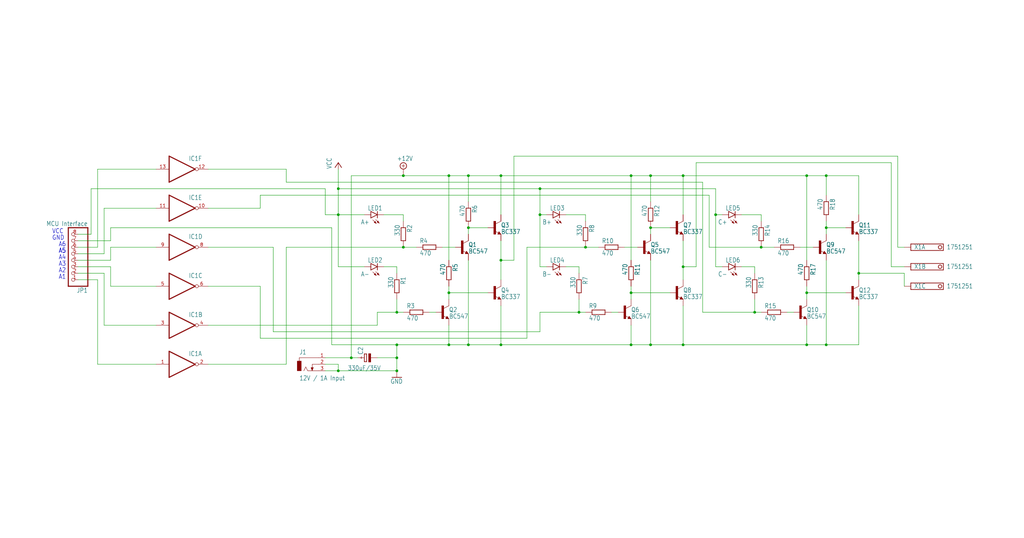
<source format=kicad_sch>
(kicad_sch (version 20231120) (generator "eeschema") (generator_version "8.0")
  (paper "User" 399.821 210.007)
  (lib_symbols
    (symbol "Visual3pInverter-eagle-import:+12V" (power)
      (property "Value" "+12V" (at -2.54 3.175 0))
      (symbol "+12V_1_0"
        (polyline (pts (xy -0.635 1.27) (xy 0.635 1.27)) (stroke (width 0.1524)))
        (polyline (pts (xy 0 1.905) (xy 0 0.635)) (stroke (width 0.1524)))
        (circle (center 0 1.27) (radius 1.27) (stroke (width 0.254)))
        (pin power_in line (at 0 -2.54 90) (length 2.54) (name "+12V") (number "1"))
      )
    )
    (symbol "Visual3pInverter-eagle-import:1751251"
      (property "Reference" "X" (at 1.27 -0.889 0))
      (property "Value" "1751251" (at 13.97 -0.889 0))
      (symbol "1751251_1_0"
        (polyline (pts (xy 0 -1.27) (xy 0 1.27)) (stroke (width 0.254)))
        (polyline (pts (xy 0 1.27) (xy 12.7 1.27)) (stroke (width 0.254)))
        (polyline (pts (xy 12.7 -1.27) (xy 0 -1.27)) (stroke (width 0.254)))
        (polyline (pts (xy 12.7 -1.27) (xy 12.7 1.27)) (stroke (width 0.254)))
        (circle (center 11.43 0) (radius 0.6839) (stroke (width 0.254)))
        (pin passive line (at -2.54 0 0) (length 2.54) (name "K") (number "1"))
      )
      (symbol "1751251_2_0"
        (polyline (pts (xy 0 -1.27) (xy 0 1.27)) (stroke (width 0.254)))
        (polyline (pts (xy 0 1.27) (xy 12.7 1.27)) (stroke (width 0.254)))
        (polyline (pts (xy 12.7 -1.27) (xy 0 -1.27)) (stroke (width 0.254)))
        (polyline (pts (xy 12.7 -1.27) (xy 12.7 1.27)) (stroke (width 0.254)))
        (circle (center 11.43 0) (radius 0.6839) (stroke (width 0.254)))
        (pin passive line (at -2.54 0 0) (length 2.54) (name "K") (number "2"))
      )
      (symbol "1751251_3_0"
        (polyline (pts (xy 0 -1.27) (xy 0 1.27)) (stroke (width 0.254)))
        (polyline (pts (xy 0 1.27) (xy 12.7 1.27)) (stroke (width 0.254)))
        (polyline (pts (xy 12.7 -1.27) (xy 0 -1.27)) (stroke (width 0.254)))
        (polyline (pts (xy 12.7 -1.27) (xy 12.7 1.27)) (stroke (width 0.254)))
        (circle (center 11.43 0) (radius 0.6839) (stroke (width 0.254)))
        (pin passive line (at -2.54 0 0) (length 2.54) (name "K") (number "3"))
      )
    )
    (symbol "Visual3pInverter-eagle-import:7404N"
      (property "Reference" "IC" (at -0.635 -0.635 0))
      (symbol "7404N_1_0"
        (polyline (pts (xy -5.08 -5.08) (xy -5.08 5.08)) (stroke (width 0.4064)))
        (polyline (pts (xy -5.08 5.08) (xy 5.08 0)) (stroke (width 0.4064)))
        (polyline (pts (xy 5.08 0) (xy -5.08 -5.08)) (stroke (width 0.4064)))
        (pin input line (at -10.16 0 0) (length 5.08) (name "I") (number "1"))
        (pin output inverted (at 10.16 0 180) (length 5.08) (name "O") (number "2"))
      )
      (symbol "7404N_2_0"
        (polyline (pts (xy -5.08 -5.08) (xy -5.08 5.08)) (stroke (width 0.4064)))
        (polyline (pts (xy -5.08 5.08) (xy 5.08 0)) (stroke (width 0.4064)))
        (polyline (pts (xy 5.08 0) (xy -5.08 -5.08)) (stroke (width 0.4064)))
        (pin input line (at -10.16 0 0) (length 5.08) (name "I") (number "3"))
        (pin output inverted (at 10.16 0 180) (length 5.08) (name "O") (number "4"))
      )
      (symbol "7404N_3_0"
        (polyline (pts (xy -5.08 -5.08) (xy -5.08 5.08)) (stroke (width 0.4064)))
        (polyline (pts (xy -5.08 5.08) (xy 5.08 0)) (stroke (width 0.4064)))
        (polyline (pts (xy 5.08 0) (xy -5.08 -5.08)) (stroke (width 0.4064)))
        (pin input line (at -10.16 0 0) (length 5.08) (name "I") (number "5"))
        (pin output inverted (at 10.16 0 180) (length 5.08) (name "O") (number "6"))
      )
      (symbol "7404N_4_0"
        (polyline (pts (xy -5.08 -5.08) (xy -5.08 5.08)) (stroke (width 0.4064)))
        (polyline (pts (xy -5.08 5.08) (xy 5.08 0)) (stroke (width 0.4064)))
        (polyline (pts (xy 5.08 0) (xy -5.08 -5.08)) (stroke (width 0.4064)))
        (pin output inverted (at 10.16 0 180) (length 5.08) (name "O") (number "8"))
        (pin input line (at -10.16 0 0) (length 5.08) (name "I") (number "9"))
      )
      (symbol "7404N_5_0"
        (polyline (pts (xy -5.08 -5.08) (xy -5.08 5.08)) (stroke (width 0.4064)))
        (polyline (pts (xy -5.08 5.08) (xy 5.08 0)) (stroke (width 0.4064)))
        (polyline (pts (xy 5.08 0) (xy -5.08 -5.08)) (stroke (width 0.4064)))
        (pin output inverted (at 10.16 0 180) (length 5.08) (name "O") (number "10"))
        (pin input line (at -10.16 0 0) (length 5.08) (name "I") (number "11"))
      )
      (symbol "7404N_6_0"
        (polyline (pts (xy -5.08 -5.08) (xy -5.08 5.08)) (stroke (width 0.4064)))
        (polyline (pts (xy -5.08 5.08) (xy 5.08 0)) (stroke (width 0.4064)))
        (polyline (pts (xy 5.08 0) (xy -5.08 -5.08)) (stroke (width 0.4064)))
        (pin output inverted (at 10.16 0 180) (length 5.08) (name "O") (number "12"))
        (pin input line (at -10.16 0 0) (length 5.08) (name "I") (number "13"))
      )
      (symbol "7404N_7_0"
        (text "GND" (at 1.905 -7.62 900) (effects (font (size 1.27 1.0795)) (justify left bottom)))
        (text "VCC" (at 1.905 5.08 900) (effects (font (size 1.27 1.0795)) (justify left bottom)))
        (pin power_in line (at 0 10.16 270) (length 7.62) (name "VCC") (number "14"))
        (pin power_in line (at 0 -10.16 90) (length 7.62) (name "GND") (number "7"))
      )
    )
    (symbol "Visual3pInverter-eagle-import:BC337"
      (property "Reference" "Q" (at -10.16 7.62 0))
      (property "Value" "BC337" (at -10.16 5.08 0))
      (symbol "BC337_1_0"
        (rectangle (start -0.254 -2.54) (end 0.508 2.54) (fill (type outline)))
        (polyline (pts (xy 1.27 -2.54) (xy 1.778 -1.524)) (stroke (width 0.1524)))
        (polyline (pts (xy 1.524 -2.413) (xy 2.286 -2.413)) (stroke (width 0.254)))
        (polyline (pts (xy 1.524 -2.286) (xy 1.905 -2.286)) (stroke (width 0.254)))
        (polyline (pts (xy 1.54 -2.04) (xy 0.308 -1.424)) (stroke (width 0.1524)))
        (polyline (pts (xy 1.778 -1.778) (xy 1.524 -2.286)) (stroke (width 0.254)))
        (polyline (pts (xy 1.778 -1.524) (xy 2.54 -2.54)) (stroke (width 0.1524)))
        (polyline (pts (xy 1.905 -2.286) (xy 1.778 -2.032)) (stroke (width 0.254)))
        (polyline (pts (xy 2.286 -2.413) (xy 1.778 -1.778)) (stroke (width 0.254)))
        (polyline (pts (xy 2.54 -2.54) (xy 1.27 -2.54)) (stroke (width 0.1524)))
        (polyline (pts (xy 2.54 2.54) (xy 0.508 1.524)) (stroke (width 0.1524)))
        (pin passive line (at 2.54 -5.08 90) (length 2.54) (name "E") (number "1"))
        (pin passive line (at -2.54 0 0) (length 2.54) (name "B") (number "2"))
        (pin passive line (at 2.54 5.08 270) (length 2.54) (name "C") (number "3"))
      )
    )
    (symbol "Visual3pInverter-eagle-import:BC547"
      (property "Reference" "Q" (at -10.16 7.62 0))
      (property "Value" "BC547" (at -10.16 5.08 0))
      (symbol "BC547_1_0"
        (rectangle (start -0.254 -2.54) (end 0.508 2.54) (fill (type outline)))
        (polyline (pts (xy 1.27 -2.54) (xy 1.778 -1.524)) (stroke (width 0.1524)))
        (polyline (pts (xy 1.524 -2.413) (xy 2.286 -2.413)) (stroke (width 0.254)))
        (polyline (pts (xy 1.524 -2.286) (xy 1.905 -2.286)) (stroke (width 0.254)))
        (polyline (pts (xy 1.54 -2.04) (xy 0.308 -1.424)) (stroke (width 0.1524)))
        (polyline (pts (xy 1.778 -1.778) (xy 1.524 -2.286)) (stroke (width 0.254)))
        (polyline (pts (xy 1.778 -1.524) (xy 2.54 -2.54)) (stroke (width 0.1524)))
        (polyline (pts (xy 1.905 -2.286) (xy 1.778 -2.032)) (stroke (width 0.254)))
        (polyline (pts (xy 2.286 -2.413) (xy 1.778 -1.778)) (stroke (width 0.254)))
        (polyline (pts (xy 2.54 -2.54) (xy 1.27 -2.54)) (stroke (width 0.1524)))
        (polyline (pts (xy 2.54 2.54) (xy 0.508 1.524)) (stroke (width 0.1524)))
        (pin passive line (at 2.54 -5.08 90) (length 2.54) (name "E") (number "1"))
        (pin passive line (at -2.54 0 0) (length 2.54) (name "B") (number "2"))
        (pin passive line (at 2.54 5.08 270) (length 2.54) (name "C") (number "3"))
      )
    )
    (symbol "Visual3pInverter-eagle-import:CPOL-EUE5-10.5"
      (property "Reference" "C" (at 1.143 0.4826 0))
      (property "Value" "CPOL-EUE5-10.5" (at 1.143 -4.5974 0))
      (symbol "CPOL-EUE5-10.5_1_0"
        (rectangle (start -1.651 -2.54) (end 1.651 -1.651) (fill (type outline)))
        (polyline (pts (xy -1.524 -0.889) (xy 1.524 -0.889)) (stroke (width 0.254)))
        (polyline (pts (xy -1.524 0) (xy -1.524 -0.889)) (stroke (width 0.254)))
        (polyline (pts (xy -1.524 0) (xy 1.524 0)) (stroke (width 0.254)))
        (polyline (pts (xy 1.524 -0.889) (xy 1.524 0)) (stroke (width 0.254)))
        (text "+" (at -0.5842 0.4064 900) (effects (font (size 1.27 1.0795)) (justify left bottom)))
        (pin passive line (at 0 2.54 270) (length 2.54) (name "+") (number "+"))
        (pin passive line (at 0 -5.08 90) (length 2.54) (name "-") (number "-"))
      )
    )
    (symbol "Visual3pInverter-eagle-import:DCJ0303"
      (property "Reference" "J" (at -2.54 3.81 0))
      (property "Value" "DCJ0303" (at -2.54 -6.35 0))
      (symbol "DCJ0303_1_0"
        (rectangle (start -3.302 -2.54) (end -1.778 1.27) (fill (type outline)))
        (polyline (pts (xy -2.54 2.54) (xy -2.54 1.27)) (stroke (width 0.1524)))
        (polyline (pts (xy 0 -1.016) (xy -0.762 -2.54)) (stroke (width 0.1524)))
        (polyline (pts (xy 0.762 -2.54) (xy 0 -1.016)) (stroke (width 0.1524)))
        (polyline (pts (xy 2.54 -2.54) (xy 0.762 -2.54)) (stroke (width 0.1524)))
        (polyline (pts (xy 2.54 0) (xy 2.54 -2.54)) (stroke (width 0.1524)))
        (polyline (pts (xy 5.08 -2.54) (xy 2.54 -2.54)) (stroke (width 0.1524)))
        (polyline (pts (xy 5.08 0) (xy 2.54 0)) (stroke (width 0.1524)))
        (polyline (pts (xy 5.08 2.54) (xy -2.54 2.54)) (stroke (width 0.1524)))
        (polyline (pts (xy 2.54 -2.54) (xy 2.032 -1.27) (xy 3.048 -1.27)) (fill (type outline)))
        (pin passive line (at 7.62 2.54 180) (length 2.54) (name "1") (number "1"))
        (pin passive line (at 7.62 0 180) (length 2.54) (name "2") (number "2"))
        (pin passive line (at 7.62 -2.54 180) (length 2.54) (name "3") (number "3"))
      )
    )
    (symbol "Visual3pInverter-eagle-import:GND" (power)
      (property "Value" "GND" (at -2.54 -2.54 0))
      (symbol "GND_1_0"
        (polyline (pts (xy -1.905 0) (xy 1.905 0)) (stroke (width 0.254)))
        (pin power_in line (at 0 2.54 270) (length 2.54) (name "GND") (number "1"))
      )
    )
    (symbol "Visual3pInverter-eagle-import:LED3MM"
      (property "Reference" "LED" (at 3.556 -4.572 90))
      (property "Value" "LED3MM" (at 5.715 -4.572 90))
      (symbol "LED3MM_1_0"
        (polyline (pts (xy -2.032 -0.762) (xy -3.429 -2.159)) (stroke (width 0.1524)))
        (polyline (pts (xy -1.905 -1.905) (xy -3.302 -3.302)) (stroke (width 0.1524)))
        (polyline (pts (xy 0 -2.54) (xy -1.27 -2.54)) (stroke (width 0.254)))
        (polyline (pts (xy 0 -2.54) (xy -1.27 0)) (stroke (width 0.254)))
        (polyline (pts (xy 0 0) (xy -1.27 0)) (stroke (width 0.254)))
        (polyline (pts (xy 1.27 -2.54) (xy 0 -2.54)) (stroke (width 0.254)))
        (polyline (pts (xy 1.27 0) (xy 0 -2.54)) (stroke (width 0.254)))
        (polyline (pts (xy 1.27 0) (xy 0 0)) (stroke (width 0.254)))
        (polyline (pts (xy -3.429 -2.159) (xy -3.048 -1.27) (xy -2.54 -1.778)) (fill (type outline)))
        (polyline (pts (xy -3.302 -3.302) (xy -2.921 -2.413) (xy -2.413 -2.921)) (fill (type outline)))
        (pin passive line (at 0 2.54 270) (length 2.54) (name "A") (number "A"))
        (pin passive line (at 0 -5.08 90) (length 2.54) (name "C") (number "K"))
      )
    )
    (symbol "Visual3pInverter-eagle-import:PINHD-1X8"
      (property "Reference" "JP" (at -6.35 13.335 0))
      (property "Value" "PINHD-1X8" (at -6.35 -12.7 0))
      (symbol "PINHD-1X8_1_0"
        (polyline (pts (xy -6.35 -10.16) (xy 1.27 -10.16)) (stroke (width 0.4064)))
        (polyline (pts (xy -6.35 12.7) (xy -6.35 -10.16)) (stroke (width 0.4064)))
        (polyline (pts (xy 1.27 -10.16) (xy 1.27 12.7)) (stroke (width 0.4064)))
        (polyline (pts (xy 1.27 12.7) (xy -6.35 12.7)) (stroke (width 0.4064)))
        (pin passive inverted (at -2.54 10.16 0) (length 2.54) (name "1") (number "1"))
        (pin passive inverted (at -2.54 7.62 0) (length 2.54) (name "2") (number "2"))
        (pin passive inverted (at -2.54 5.08 0) (length 2.54) (name "3") (number "3"))
        (pin passive inverted (at -2.54 2.54 0) (length 2.54) (name "4") (number "4"))
        (pin passive inverted (at -2.54 0 0) (length 2.54) (name "5") (number "5"))
        (pin passive inverted (at -2.54 -2.54 0) (length 2.54) (name "6") (number "6"))
        (pin passive inverted (at -2.54 -5.08 0) (length 2.54) (name "7") (number "7"))
        (pin passive inverted (at -2.54 -7.62 0) (length 2.54) (name "8") (number "8"))
      )
    )
    (symbol "Visual3pInverter-eagle-import:R-EU_0204/7"
      (property "Reference" "R" (at -3.81 1.4986 0))
      (property "Value" "R-EU_0204{slash}7" (at -3.81 -3.302 0))
      (symbol "R-EU_0204/7_1_0"
        (polyline (pts (xy -2.54 -0.889) (xy -2.54 0.889)) (stroke (width 0.254)))
        (polyline (pts (xy -2.54 -0.889) (xy 2.54 -0.889)) (stroke (width 0.254)))
        (polyline (pts (xy 2.54 -0.889) (xy 2.54 0.889)) (stroke (width 0.254)))
        (polyline (pts (xy 2.54 0.889) (xy -2.54 0.889)) (stroke (width 0.254)))
        (pin passive line (at -5.08 0 0) (length 2.54) (name "1") (number "1"))
        (pin passive line (at 5.08 0 180) (length 2.54) (name "2") (number "2"))
      )
    )
    (symbol "Visual3pInverter-eagle-import:VCC" (power)
      (property "Value" "VCC" (at -2.54 -2.54 90))
      (symbol "VCC_1_0"
        (polyline (pts (xy 0 0) (xy -1.27 -1.905)) (stroke (width 0.254)))
        (polyline (pts (xy 1.27 -1.905) (xy 0 0)) (stroke (width 0.254)))
        (pin power_in line (at 0 -2.54 90) (length 2.54) (name "VCC") (number "1"))
      )
    )
  )
  (junction (at 322.58 134.62))
  (junction (at 157.48 96.52))
  (junction (at 314.96 68.58))
  (junction (at 254 134.62))
  (junction (at 137.16 139.7))
  (junction (at 132.08 144.78))
  (junction (at 182.88 68.58))
  (junction (at 254 88.9))
  (junction (at 157.48 68.58))
  (junction (at 154.94 139.7))
  (junction (at 132.08 73.66))
  (junction (at 322.58 88.9))
  (junction (at 154.94 121.92))
  (junction (at 132.08 83.82))
  (junction (at 175.26 114.3))
  (junction (at 246.38 114.3))
  (junction (at 254 68.58))
  (junction (at 279.4 83.82))
  (junction (at 266.7 68.58))
  (junction (at 228.6 96.52))
  (junction (at 297.18 96.52))
  (junction (at 210.82 73.66))
  (junction (at 195.58 101.6))
  (junction (at 195.58 68.58))
  (junction (at 266.7 104.14))
  (junction (at 175.26 68.58))
  (junction (at 182.88 134.62))
  (junction (at 314.96 134.62))
  (junction (at 246.38 68.58))
  (junction (at 266.7 134.62))
  (junction (at 182.88 88.9))
  (junction (at 294.64 121.92))
  (junction (at 195.58 134.62))
  (junction (at 314.96 114.3))
  (junction (at 210.82 83.82))
  (junction (at 226.06 121.92))
  (junction (at 322.58 68.58))
  (junction (at 335.28 106.68))
  (junction (at 154.94 134.62))
  (junction (at 154.94 144.78))
  (junction (at 175.26 134.62))
  (junction (at 246.38 134.62))
  (wire (pts (xy 266.7 134.62) (xy 254 134.62)))
  (wire (pts (xy 30.48 91.44) (xy 35.56 91.44)))
  (wire (pts (xy 40.64 81.28) (xy 60.96 81.28)))
  (wire (pts (xy 132.08 104.14) (xy 132.08 83.82)))
  (wire (pts (xy 353.06 106.68) (xy 335.28 106.68)))
  (wire (pts (xy 297.18 83.82) (xy 297.18 86.36)))
  (wire (pts (xy 43.18 111.76) (xy 60.96 111.76)))
  (wire (pts (xy 347.98 63.5) (xy 271.78 63.5)))
  (wire (pts (xy 43.18 93.98) (xy 43.18 88.9)))
  (wire (pts (xy 279.4 83.82) (xy 281.94 83.82)))
  (wire (pts (xy 30.48 104.14) (xy 43.18 104.14)))
  (wire (pts (xy 246.38 134.62) (xy 195.58 134.62)))
  (wire (pts (xy 210.82 73.66) (xy 132.08 73.66)))
  (wire (pts (xy 154.94 104.14) (xy 154.94 106.68)))
  (wire (pts (xy 307.34 121.92) (xy 309.88 121.92)))
  (wire (pts (xy 261.62 114.3) (xy 246.38 114.3)))
  (wire (pts (xy 154.94 116.84) (xy 154.94 121.92)))
  (wire (pts (xy 266.7 119.38) (xy 266.7 134.62)))
  (wire (pts (xy 81.28 127) (xy 147.32 127)))
  (wire (pts (xy 132.08 83.82) (xy 132.08 73.66)))
  (wire (pts (xy 40.64 99.06) (xy 40.64 81.28)))
  (wire (pts (xy 210.82 73.66) (xy 279.4 73.66)))
  (wire (pts (xy 43.18 96.52) (xy 60.96 96.52)))
  (wire (pts (xy 322.58 101.6) (xy 322.58 134.62)))
  (wire (pts (xy 266.7 68.58) (xy 254 68.58)))
  (wire (pts (xy 175.26 134.62) (xy 154.94 134.62)))
  (wire (pts (xy 195.58 119.38) (xy 195.58 134.62)))
  (wire (pts (xy 195.58 101.6) (xy 195.58 109.22)))
  (wire (pts (xy 101.6 111.76) (xy 101.6 132.08)))
  (wire (pts (xy 175.26 111.76) (xy 175.26 114.3)))
  (wire (pts (xy 314.96 68.58) (xy 266.7 68.58)))
  (wire (pts (xy 254 78.74) (xy 254 68.58)))
  (wire (pts (xy 81.28 81.28) (xy 101.6 81.28)))
  (wire (pts (xy 30.48 99.06) (xy 40.64 99.06)))
  (wire (pts (xy 30.48 96.52) (xy 38.1 96.52)))
  (wire (pts (xy 111.76 71.12) (xy 111.76 66.04)))
  (wire (pts (xy 279.4 73.66) (xy 279.4 83.82)))
  (wire (pts (xy 226.06 121.92) (xy 228.6 121.92)))
  (wire (pts (xy 35.56 91.44) (xy 35.56 73.66)))
  (wire (pts (xy 294.64 121.92) (xy 274.32 121.92)))
  (wire (pts (xy 137.16 68.58) (xy 157.48 68.58)))
  (wire (pts (xy 30.48 106.68) (xy 40.64 106.68)))
  (wire (pts (xy 226.06 104.14) (xy 226.06 106.68)))
  (wire (pts (xy 101.6 81.28) (xy 101.6 76.2)))
  (wire (pts (xy 127 73.66) (xy 127 83.82)))
  (wire (pts (xy 167.64 121.92) (xy 170.18 121.92)))
  (wire (pts (xy 322.58 91.44) (xy 322.58 88.9)))
  (wire (pts (xy 182.88 101.6) (xy 182.88 134.62)))
  (wire (pts (xy 205.74 132.08) (xy 101.6 132.08)))
  (wire (pts (xy 175.26 114.3) (xy 175.26 116.84)))
  (wire (pts (xy 30.48 109.22) (xy 38.1 109.22)))
  (wire (pts (xy 147.32 121.92) (xy 154.94 121.92)))
  (wire (pts (xy 81.28 96.52) (xy 106.68 96.52)))
  (wire (pts (xy 30.48 93.98) (xy 43.18 93.98)))
  (wire (pts (xy 314.96 111.76) (xy 314.96 114.3)))
  (wire (pts (xy 38.1 142.24) (xy 60.96 142.24)))
  (wire (pts (xy 43.18 104.14) (xy 43.18 111.76)))
  (wire (pts (xy 271.78 63.5) (xy 271.78 104.14)))
  (wire (pts (xy 157.48 96.52) (xy 162.56 96.52)))
  (wire (pts (xy 261.62 88.9) (xy 254 88.9)))
  (wire (pts (xy 297.18 96.52) (xy 276.86 96.52)))
  (wire (pts (xy 226.06 116.84) (xy 226.06 121.92)))
  (wire (pts (xy 127 142.24) (xy 132.08 142.24)))
  (wire (pts (xy 246.38 127) (xy 246.38 134.62)))
  (wire (pts (xy 40.64 106.68) (xy 40.64 127)))
  (wire (pts (xy 347.98 104.14) (xy 347.98 63.5)))
  (wire (pts (xy 289.56 83.82) (xy 297.18 83.82)))
  (wire (pts (xy 274.32 71.12) (xy 111.76 71.12)))
  (wire (pts (xy 132.08 142.24) (xy 132.08 144.78)))
  (wire (pts (xy 297.18 96.52) (xy 302.26 96.52)))
  (wire (pts (xy 266.7 104.14) (xy 266.7 109.22)))
  (wire (pts (xy 220.98 83.82) (xy 228.6 83.82)))
  (wire (pts (xy 182.88 91.44) (xy 182.88 88.9)))
  (wire (pts (xy 154.94 134.62) (xy 129.54 134.62)))
  (wire (pts (xy 353.06 96.52) (xy 350.52 96.52)))
  (wire (pts (xy 175.26 127) (xy 175.26 134.62)))
  (wire (pts (xy 213.36 83.82) (xy 210.82 83.82)))
  (wire (pts (xy 353.06 104.14) (xy 347.98 104.14)))
  (wire (pts (xy 81.28 111.76) (xy 101.6 111.76)))
  (wire (pts (xy 147.32 127) (xy 147.32 121.92)))
  (wire (pts (xy 157.48 68.58) (xy 175.26 68.58)))
  (wire (pts (xy 294.64 104.14) (xy 294.64 106.68)))
  (wire (pts (xy 154.94 139.7) (xy 154.94 134.62)))
  (wire (pts (xy 147.32 139.7) (xy 154.94 139.7)))
  (wire (pts (xy 81.28 142.24) (xy 111.76 142.24)))
  (wire (pts (xy 43.18 88.9) (xy 129.54 88.9)))
  (wire (pts (xy 220.98 104.14) (xy 226.06 104.14)))
  (wire (pts (xy 195.58 68.58) (xy 195.58 83.82)))
  (wire (pts (xy 266.7 93.98) (xy 266.7 104.14)))
  (wire (pts (xy 38.1 96.52) (xy 38.1 66.04)))
  (wire (pts (xy 294.64 121.92) (xy 297.18 121.92)))
  (wire (pts (xy 276.86 96.52) (xy 276.86 76.2)))
  (wire (pts (xy 330.2 88.9) (xy 322.58 88.9)))
  (wire (pts (xy 314.96 101.6) (xy 314.96 68.58)))
  (wire (pts (xy 132.08 144.78) (xy 154.94 144.78)))
  (wire (pts (xy 335.28 119.38) (xy 335.28 134.62)))
  (wire (pts (xy 142.24 104.14) (xy 132.08 104.14)))
  (wire (pts (xy 335.28 106.68) (xy 335.28 109.22)))
  (wire (pts (xy 210.82 104.14) (xy 210.82 83.82)))
  (wire (pts (xy 106.68 129.54) (xy 106.68 96.52)))
  (wire (pts (xy 294.64 116.84) (xy 294.64 121.92)))
  (wire (pts (xy 335.28 134.62) (xy 322.58 134.62)))
  (wire (pts (xy 137.16 139.7) (xy 137.16 68.58)))
  (wire (pts (xy 175.26 101.6) (xy 175.26 68.58)))
  (wire (pts (xy 190.5 88.9) (xy 182.88 88.9)))
  (wire (pts (xy 266.7 68.58) (xy 266.7 83.82)))
  (wire (pts (xy 228.6 96.52) (xy 233.68 96.52)))
  (wire (pts (xy 289.56 104.14) (xy 294.64 104.14)))
  (wire (pts (xy 129.54 88.9) (xy 129.54 134.62)))
  (wire (pts (xy 335.28 68.58) (xy 335.28 83.82)))
  (wire (pts (xy 335.28 68.58) (xy 322.58 68.58)))
  (wire (pts (xy 30.48 101.6) (xy 43.18 101.6)))
  (wire (pts (xy 254 68.58) (xy 246.38 68.58)))
  (wire (pts (xy 154.94 121.92) (xy 157.48 121.92)))
  (wire (pts (xy 200.66 101.6) (xy 195.58 101.6)))
  (wire (pts (xy 276.86 76.2) (xy 101.6 76.2)))
  (wire (pts (xy 132.08 66.04) (xy 132.08 73.66)))
  (wire (pts (xy 210.82 83.82) (xy 210.82 73.66)))
  (wire (pts (xy 246.38 111.76) (xy 246.38 114.3)))
  (wire (pts (xy 35.56 73.66) (xy 127 73.66)))
  (wire (pts (xy 254 134.62) (xy 246.38 134.62)))
  (wire (pts (xy 281.94 104.14) (xy 279.4 104.14)))
  (wire (pts (xy 213.36 104.14) (xy 210.82 104.14)))
  (wire (pts (xy 182.88 134.62) (xy 175.26 134.62)))
  (wire (pts (xy 175.26 68.58) (xy 182.88 68.58)))
  (wire (pts (xy 157.48 83.82) (xy 157.48 86.36)))
  (wire (pts (xy 38.1 66.04) (xy 60.96 66.04)))
  (wire (pts (xy 228.6 83.82) (xy 228.6 86.36)))
  (wire (pts (xy 353.06 111.76) (xy 353.06 106.68)))
  (wire (pts (xy 172.72 96.52) (xy 177.8 96.52)))
  (wire (pts (xy 139.7 139.7) (xy 137.16 139.7)))
  (wire (pts (xy 322.58 68.58) (xy 314.96 68.58)))
  (wire (pts (xy 314.96 127) (xy 314.96 134.62)))
  (wire (pts (xy 149.86 104.14) (xy 154.94 104.14)))
  (wire (pts (xy 254 101.6) (xy 254 134.62)))
  (wire (pts (xy 127 139.7) (xy 137.16 139.7)))
  (wire (pts (xy 271.78 104.14) (xy 266.7 104.14)))
  (wire (pts (xy 350.52 60.96) (xy 200.66 60.96)))
  (wire (pts (xy 195.58 93.98) (xy 195.58 101.6)))
  (wire (pts (xy 322.58 76.2) (xy 322.58 68.58)))
  (wire (pts (xy 210.82 121.92) (xy 210.82 129.54)))
  (wire (pts (xy 38.1 109.22) (xy 38.1 142.24)))
  (wire (pts (xy 43.18 101.6) (xy 43.18 96.52)))
  (wire (pts (xy 142.24 83.82) (xy 132.08 83.82)))
  (wire (pts (xy 330.2 114.3) (xy 314.96 114.3)))
  (wire (pts (xy 335.28 93.98) (xy 335.28 106.68)))
  (wire (pts (xy 314.96 114.3) (xy 314.96 116.84)))
  (wire (pts (xy 210.82 129.54) (xy 106.68 129.54)))
  (wire (pts (xy 127 144.78) (xy 132.08 144.78)))
  (wire (pts (xy 246.38 101.6) (xy 246.38 68.58)))
  (wire (pts (xy 111.76 142.24) (xy 111.76 96.52)))
  (wire (pts (xy 149.86 83.82) (xy 157.48 83.82)))
  (wire (pts (xy 200.66 60.96) (xy 200.66 101.6)))
  (wire (pts (xy 205.74 96.52) (xy 228.6 96.52)))
  (wire (pts (xy 243.84 96.52) (xy 248.92 96.52)))
  (wire (pts (xy 238.76 121.92) (xy 241.3 121.92)))
  (wire (pts (xy 154.94 144.78) (xy 154.94 139.7)))
  (wire (pts (xy 350.52 96.52) (xy 350.52 60.96)))
  (wire (pts (xy 246.38 68.58) (xy 195.58 68.58)))
  (wire (pts (xy 190.5 114.3) (xy 175.26 114.3)))
  (wire (pts (xy 322.58 134.62) (xy 314.96 134.62)))
  (wire (pts (xy 182.88 78.74) (xy 182.88 68.58)))
  (wire (pts (xy 312.42 96.52) (xy 317.5 96.52)))
  (wire (pts (xy 111.76 96.52) (xy 157.48 96.52)))
  (wire (pts (xy 322.58 88.9) (xy 322.58 86.36)))
  (wire (pts (xy 314.96 134.62) (xy 266.7 134.62)))
  (wire (pts (xy 246.38 114.3) (xy 246.38 116.84)))
  (wire (pts (xy 195.58 134.62) (xy 182.88 134.62)))
  (wire (pts (xy 279.4 104.14) (xy 279.4 83.82)))
  (wire (pts (xy 205.74 96.52) (xy 205.74 132.08)))
  (wire (pts (xy 40.64 127) (xy 60.96 127)))
  (wire (pts (xy 182.88 68.58) (xy 195.58 68.58)))
  (wire (pts (xy 254 91.44) (xy 254 88.9)))
  (wire (pts (xy 274.32 121.92) (xy 274.32 71.12)))
  (wire (pts (xy 127 83.82) (xy 132.08 83.82)))
  (wire (pts (xy 81.28 66.04) (xy 111.76 66.04)))
  (wire (pts (xy 210.82 121.92) (xy 226.06 121.92)))
  (text "A5" (at 22.86 99.06 0) (effects (font (size 1.778 1.5113)) (justify left bottom)))
  (text "A4" (at 22.86 101.6 0) (effects (font (size 1.778 1.5113)) (justify left bottom)))
  (text "A3" (at 22.86 104.14 0) (effects (font (size 1.778 1.5113)) (justify left bottom)))
  (text "GND" (at 20.32 93.98 0) (effects (font (size 1.778 1.5113)) (justify left bottom)))
  (text "VCC" (at 20.32 91.44 0) (effects (font (size 1.778 1.5113)) (justify left bottom)))
  (text "A2" (at 22.86 106.68 0) (effects (font (size 1.778 1.5113)) (justify left bottom)))
  (text "A5" (at 22.86 99.06 0) (effects (font (size 1.778 1.5113)) (justify left bottom)))
  (text "A6" (at 22.86 96.52 0) (effects (font (size 1.778 1.5113)) (justify left bottom)))
  (text "A1" (at 22.86 109.22 0) (effects (font (size 1.778 1.5113)) (justify left bottom)))
  (symbol (lib_id "Visual3pInverter-eagle-import:R-EU_0204/7") (at 246.38 106.68 270) (unit 1)
    (property "Reference" "R11" (at 247.8786 102.87 0) (effects (font (size 1.778 1.5113)) (justify left bottom)))
    (property "Value" "470" (at 243.078 102.87 0) (effects (font (size 1.778 1.5113)) (justify left bottom)))
    (property "Footprint" "Visual3pInverter:0204_7" (effects (hide yes)))
  )
  (symbol (lib_id "Visual3pInverter-eagle-import:R-EU_0204/7") (at 167.64 96.52 0) (unit 1)
    (property "Reference" "R4" (at 163.83 95.0214 0) (effects (font (size 1.778 1.5113)) (justify left bottom)))
    (property "Value" "470" (at 163.83 99.822 0) (effects (font (size 1.778 1.5113)) (justify left bottom)))
    (property "Footprint" "Visual3pInverter:0204_7" (effects (hide yes)))
  )
  (symbol (lib_id "Visual3pInverter-eagle-import:7404N") (at 71.12 96.52 0) (unit 4)
    (property "Reference" "IC1" (at 73.66 93.345 0) (effects (font (size 1.778 1.5113)) (justify left bottom)))
    (property "Value" "7404N" (effects (hide yes)))
    (property "Footprint" "Visual3pInverter:DIL14" (effects (hide yes)))
  )
  (symbol (lib_id "Visual3pInverter-eagle-import:BC547") (at 320.04 96.52 0) (unit 1)
    (property "Reference" "Q9" (at 322.58 96.52 0) (effects (font (size 1.778 1.5113)) (justify left bottom)))
    (property "Value" "BC547" (at 322.58 99.06 0) (effects (font (size 1.778 1.5113)) (justify left bottom)))
    (property "Footprint" "Visual3pInverter:TO92" (effects (hide yes)))
  )
  (symbol (lib_id "Visual3pInverter-eagle-import:R-EU_0204/7") (at 302.26 121.92 0) (unit 1)
    (property "Reference" "R15" (at 298.45 120.4214 0) (effects (font (size 1.778 1.5113)) (justify left bottom)))
    (property "Value" "470" (at 298.45 125.222 0) (effects (font (size 1.778 1.5113)) (justify left bottom)))
    (property "Footprint" "Visual3pInverter:0204_7" (effects (hide yes)))
  )
  (symbol (lib_id "Visual3pInverter-eagle-import:BC337") (at 264.16 114.3 0) (unit 1)
    (property "Reference" "Q8" (at 266.7 114.3 0) (effects (font (size 1.778 1.5113)) (justify left bottom)))
    (property "Value" "BC337" (at 266.7 116.84 0) (effects (font (size 1.778 1.5113)) (justify left bottom)))
    (property "Footprint" "Visual3pInverter:TO92" (effects (hide yes)))
  )
  (symbol (lib_id "Visual3pInverter-eagle-import:R-EU_0204/7") (at 175.26 106.68 270) (unit 1)
    (property "Reference" "R5" (at 176.7586 102.87 0) (effects (font (size 1.778 1.5113)) (justify left bottom)))
    (property "Value" "470" (at 171.958 102.87 0) (effects (font (size 1.778 1.5113)) (justify left bottom)))
    (property "Footprint" "Visual3pInverter:0204_7" (effects (hide yes)))
  )
  (symbol (lib_id "Visual3pInverter-eagle-import:+12V") (at 157.48 66.04 0) (unit 1)
    (property "Reference" "#SUPPLY02" (effects (hide yes)))
    (property "Value" "+12V" (at 154.94 62.865 0) (effects (font (size 1.778 1.5113)) (justify left bottom)))
    (property "Footprint" "Visual3pInverter:" (effects (hide yes)))
  )
  (symbol (lib_id "Visual3pInverter-eagle-import:PINHD-1X8") (at 27.94 99.06 180) (unit 1)
    (property "Reference" "JP1" (at 34.29 112.395 0) (effects (font (size 1.778 1.5113)) (justify left bottom)))
    (property "Value" "MCU Interface" (at 34.29 86.36 0) (effects (font (size 1.778 1.5113)) (justify left bottom)))
    (property "Footprint" "Visual3pInverter:1X08" (effects (hide yes)))
  )
  (symbol (lib_id "Visual3pInverter-eagle-import:R-EU_0204/7") (at 294.64 111.76 270) (unit 1)
    (property "Reference" "R13" (at 296.1386 107.95 0) (effects (font (size 1.778 1.5113)) (justify left bottom)))
    (property "Value" "330" (at 291.338 107.95 0) (effects (font (size 1.778 1.5113)) (justify left bottom)))
    (property "Footprint" "Visual3pInverter:0204_7" (effects (hide yes)))
  )
  (symbol (lib_id "Visual3pInverter-eagle-import:LED3MM") (at 284.48 83.82 90) (unit 1)
    (property "Reference" "LED5" (at 289.052 80.264 90) (effects (font (size 1.778 1.5113)) (justify left bottom)))
    (property "Value" "C+" (at 283.972 85.725 90) (effects (font (size 1.778 1.5113)) (justify left bottom)))
    (property "Footprint" "Visual3pInverter:LED3MM" (effects (hide yes)))
  )
  (symbol (lib_id "Visual3pInverter-eagle-import:LED3MM") (at 215.9 104.14 90) (unit 1)
    (property "Reference" "LED4" (at 220.472 100.584 90) (effects (font (size 1.778 1.5113)) (justify left bottom)))
    (property "Value" "B-" (at 215.392 106.045 90) (effects (font (size 1.778 1.5113)) (justify left bottom)))
    (property "Footprint" "Visual3pInverter:LED3MM" (effects (hide yes)))
  )
  (symbol (lib_id "Visual3pInverter-eagle-import:R-EU_0204/7") (at 228.6 91.44 270) (unit 1)
    (property "Reference" "R8" (at 230.0986 87.63 0) (effects (font (size 1.778 1.5113)) (justify left bottom)))
    (property "Value" "330" (at 225.298 87.63 0) (effects (font (size 1.778 1.5113)) (justify left bottom)))
    (property "Footprint" "Visual3pInverter:0204_7" (effects (hide yes)))
  )
  (symbol (lib_id "Visual3pInverter-eagle-import:GND") (at 154.94 147.32 0) (unit 1)
    (property "Reference" "#GND01" (effects (hide yes)))
    (property "Value" "GND" (at 152.4 149.86 0) (effects (font (size 1.778 1.5113)) (justify left bottom)))
    (property "Footprint" "Visual3pInverter:" (effects (hide yes)))
  )
  (symbol (lib_id "Visual3pInverter-eagle-import:BC337") (at 193.04 114.3 0) (unit 1)
    (property "Reference" "Q4" (at 195.58 114.3 0) (effects (font (size 1.778 1.5113)) (justify left bottom)))
    (property "Value" "BC337" (at 195.58 116.84 0) (effects (font (size 1.778 1.5113)) (justify left bottom)))
    (property "Footprint" "Visual3pInverter:TO92" (effects (hide yes)))
  )
  (symbol (lib_id "Visual3pInverter-eagle-import:LED3MM") (at 144.78 104.14 90) (unit 1)
    (property "Reference" "LED2" (at 149.352 100.584 90) (effects (font (size 1.778 1.5113)) (justify left bottom)))
    (property "Value" "A-" (at 144.272 106.045 90) (effects (font (size 1.778 1.5113)) (justify left bottom)))
    (property "Footprint" "Visual3pInverter:LED3MM" (effects (hide yes)))
  )
  (symbol (lib_id "Visual3pInverter-eagle-import:BC337") (at 193.04 88.9 0) (unit 1)
    (property "Reference" "Q3" (at 195.58 88.9 0) (effects (font (size 1.778 1.5113)) (justify left bottom)))
    (property "Value" "BC337" (at 195.58 91.44 0) (effects (font (size 1.778 1.5113)) (justify left bottom)))
    (property "Footprint" "Visual3pInverter:TO92" (effects (hide yes)))
  )
  (symbol (lib_id "Visual3pInverter-eagle-import:R-EU_0204/7") (at 226.06 111.76 270) (unit 1)
    (property "Reference" "R7" (at 227.5586 107.95 0) (effects (font (size 1.778 1.5113)) (justify left bottom)))
    (property "Value" "330" (at 222.758 107.95 0) (effects (font (size 1.778 1.5113)) (justify left bottom)))
    (property "Footprint" "Visual3pInverter:0204_7" (effects (hide yes)))
  )
  (symbol (lib_id "Visual3pInverter-eagle-import:R-EU_0204/7") (at 154.94 111.76 270) (unit 1)
    (property "Reference" "R1" (at 156.4386 107.95 0) (effects (font (size 1.778 1.5113)) (justify left bottom)))
    (property "Value" "330" (at 151.638 107.95 0) (effects (font (size 1.778 1.5113)) (justify left bottom)))
    (property "Footprint" "Visual3pInverter:0204_7" (effects (hide yes)))
  )
  (symbol (lib_id "Visual3pInverter-eagle-import:R-EU_0204/7") (at 297.18 91.44 270) (unit 1)
    (property "Reference" "R14" (at 298.6786 87.63 0) (effects (font (size 1.778 1.5113)) (justify left bottom)))
    (property "Value" "330" (at 293.878 87.63 0) (effects (font (size 1.778 1.5113)) (justify left bottom)))
    (property "Footprint" "Visual3pInverter:0204_7" (effects (hide yes)))
  )
  (symbol (lib_id "Visual3pInverter-eagle-import:R-EU_0204/7") (at 182.88 83.82 270) (unit 1)
    (property "Reference" "R6" (at 184.3786 80.01 0) (effects (font (size 1.778 1.5113)) (justify left bottom)))
    (property "Value" "470" (at 179.578 80.01 0) (effects (font (size 1.778 1.5113)) (justify left bottom)))
    (property "Footprint" "Visual3pInverter:0204_7" (effects (hide yes)))
  )
  (symbol (lib_id "Visual3pInverter-eagle-import:1751251") (at 355.6 111.76 0) (unit 3)
    (property "Reference" "X1" (at 356.87 112.649 0) (effects (font (size 1.778 1.5113)) (justify left bottom)))
    (property "Value" "1751251" (at 369.57 112.649 0) (effects (font (size 1.778 1.5113)) (justify left bottom)))
    (property "Footprint" "Visual3pInverter:1751251" (effects (hide yes)))
  )
  (symbol (lib_id "Visual3pInverter-eagle-import:BC547") (at 180.34 96.52 0) (unit 1)
    (property "Reference" "Q1" (at 182.88 96.52 0) (effects (font (size 1.778 1.5113)) (justify left bottom)))
    (property "Value" "BC547" (at 182.88 99.06 0) (effects (font (size 1.778 1.5113)) (justify left bottom)))
    (property "Footprint" "Visual3pInverter:TO92" (effects (hide yes)))
  )
  (symbol (lib_id "Visual3pInverter-eagle-import:BC547") (at 312.42 121.92 0) (unit 1)
    (property "Reference" "Q10" (at 314.96 121.92 0) (effects (font (size 1.778 1.5113)) (justify left bottom)))
    (property "Value" "BC547" (at 314.96 124.46 0) (effects (font (size 1.778 1.5113)) (justify left bottom)))
    (property "Footprint" "Visual3pInverter:TO92" (effects (hide yes)))
  )
  (symbol (lib_id "Visual3pInverter-eagle-import:R-EU_0204/7") (at 307.34 96.52 0) (unit 1)
    (property "Reference" "R16" (at 303.53 95.0214 0) (effects (font (size 1.778 1.5113)) (justify left bottom)))
    (property "Value" "470" (at 303.53 99.822 0) (effects (font (size 1.778 1.5113)) (justify left bottom)))
    (property "Footprint" "Visual3pInverter:0204_7" (effects (hide yes)))
  )
  (symbol (lib_id "Visual3pInverter-eagle-import:BC547") (at 251.46 96.52 0) (unit 1)
    (property "Reference" "Q5" (at 254 96.52 0) (effects (font (size 1.778 1.5113)) (justify left bottom)))
    (property "Value" "BC547" (at 254 99.06 0) (effects (font (size 1.778 1.5113)) (justify left bottom)))
    (property "Footprint" "Visual3pInverter:TO92" (effects (hide yes)))
  )
  (symbol (lib_id "Visual3pInverter-eagle-import:CPOL-EUE5-10.5") (at 142.24 139.7 90) (unit 1)
    (property "Reference" "C2" (at 141.7574 138.557 0) (effects (font (size 1.778 1.5113)) (justify left bottom)))
    (property "Value" "330uF/35V" (at 148.717 142.7226 90) (effects (font (size 1.778 1.5113)) (justify left bottom)))
    (property "Footprint" "Visual3pInverter:E5-10,5" (effects (hide yes)))
  )
  (symbol (lib_id "Visual3pInverter-eagle-import:BC337") (at 332.74 88.9 0) (unit 1)
    (property "Reference" "Q11" (at 335.28 88.9 0) (effects (font (size 1.778 1.5113)) (justify left bottom)))
    (property "Value" "BC337" (at 335.28 91.44 0) (effects (font (size 1.778 1.5113)) (justify left bottom)))
    (property "Footprint" "Visual3pInverter:TO92" (effects (hide yes)))
  )
  (symbol (lib_id "Visual3pInverter-eagle-import:7404N") (at 71.12 127 0) (unit 2)
    (property "Reference" "IC1" (at 73.66 123.825 0) (effects (font (size 1.778 1.5113)) (justify left bottom)))
    (property "Value" "7404N" (effects (hide yes)))
    (property "Footprint" "Visual3pInverter:DIL14" (effects (hide yes)))
  )
  (symbol (lib_id "Visual3pInverter-eagle-import:DCJ0303") (at 119.38 142.24 0) (unit 1)
    (property "Reference" "J1" (at 116.84 138.43 0) (effects (font (size 1.778 1.5113)) (justify left bottom)))
    (property "Value" "12V / 1A Input" (at 116.84 148.59 0) (effects (font (size 1.778 1.5113)) (justify left bottom)))
    (property "Footprint" "Visual3pInverter:DCJ0303" (effects (hide yes)))
  )
  (symbol (lib_id "Visual3pInverter-eagle-import:R-EU_0204/7") (at 254 83.82 270) (unit 1)
    (property "Reference" "R12" (at 255.4986 80.01 0) (effects (font (size 1.778 1.5113)) (justify left bottom)))
    (property "Value" "470" (at 250.698 80.01 0) (effects (font (size 1.778 1.5113)) (justify left bottom)))
    (property "Footprint" "Visual3pInverter:0204_7" (effects (hide yes)))
  )
  (symbol (lib_id "Visual3pInverter-eagle-import:1751251") (at 355.6 104.14 0) (unit 2)
    (property "Reference" "X1" (at 356.87 105.029 0) (effects (font (size 1.778 1.5113)) (justify left bottom)))
    (property "Value" "1751251" (at 369.57 105.029 0) (effects (font (size 1.778 1.5113)) (justify left bottom)))
    (property "Footprint" "Visual3pInverter:1751251" (effects (hide yes)))
  )
  (symbol (lib_id "Visual3pInverter-eagle-import:LED3MM") (at 284.48 104.14 90) (unit 1)
    (property "Reference" "LED6" (at 289.052 100.584 90) (effects (font (size 1.778 1.5113)) (justify left bottom)))
    (property "Value" "C-" (at 283.972 106.045 90) (effects (font (size 1.778 1.5113)) (justify left bottom)))
    (property "Footprint" "Visual3pInverter:LED3MM" (effects (hide yes)))
  )
  (symbol (lib_id "Visual3pInverter-eagle-import:7404N") (at 71.12 66.04 0) (unit 6)
    (property "Reference" "IC1" (at 73.66 62.865 0) (effects (font (size 1.778 1.5113)) (justify left bottom)))
    (property "Value" "7404N" (effects (hide yes)))
    (property "Footprint" "Visual3pInverter:DIL14" (effects (hide yes)))
  )
  (symbol (lib_id "Visual3pInverter-eagle-import:R-EU_0204/7") (at 238.76 96.52 0) (unit 1)
    (property "Reference" "R10" (at 234.95 95.0214 0) (effects (font (size 1.778 1.5113)) (justify left bottom)))
    (property "Value" "470" (at 234.95 99.822 0) (effects (font (size 1.778 1.5113)) (justify left bottom)))
    (property "Footprint" "Visual3pInverter:0204_7" (effects (hide yes)))
  )
  (symbol (lib_id "Visual3pInverter-eagle-import:R-EU_0204/7") (at 162.56 121.92 0) (unit 1)
    (property "Reference" "R3" (at 158.75 120.4214 0) (effects (font (size 1.778 1.5113)) (justify left bottom)))
    (property "Value" "470" (at 158.75 125.222 0) (effects (font (size 1.778 1.5113)) (justify left bottom)))
    (property "Footprint" "Visual3pInverter:0204_7" (effects (hide yes)))
  )
  (symbol (lib_id "Visual3pInverter-eagle-import:7404N") (at 71.12 142.24 0) (unit 1)
    (property "Reference" "IC1" (at 73.66 139.065 0) (effects (font (size 1.778 1.5113)) (justify left bottom)))
    (property "Value" "7404N" (effects (hide yes)))
    (property "Footprint" "Visual3pInverter:DIL14" (effects (hide yes)))
  )
  (symbol (lib_id "Visual3pInverter-eagle-import:VCC") (at 132.08 63.5 0) (unit 1)
    (property "Reference" "#P+01" (effects (hide yes)))
    (property "Value" "VCC" (at 129.54 66.04 90) (effects (font (size 1.778 1.5113)) (justify left bottom)))
    (property "Footprint" "Visual3pInverter:" (effects (hide yes)))
  )
  (symbol (lib_id "Visual3pInverter-eagle-import:7404N") (at 71.12 111.76 0) (unit 3)
    (property "Reference" "IC1" (at 73.66 108.585 0) (effects (font (size 1.778 1.5113)) (justify left bottom)))
    (property "Value" "7404N" (effects (hide yes)))
    (property "Footprint" "Visual3pInverter:DIL14" (effects (hide yes)))
  )
  (symbol (lib_id "Visual3pInverter-eagle-import:LED3MM") (at 144.78 83.82 90) (unit 1)
    (property "Reference" "LED1" (at 149.352 80.264 90) (effects (font (size 1.778 1.5113)) (justify left bottom)))
    (property "Value" "A+" (at 144.272 85.725 90) (effects (font (size 1.778 1.5113)) (justify left bottom)))
    (property "Footprint" "Visual3pInverter:LED3MM" (effects (hide yes)))
  )
  (symbol (lib_id "Visual3pInverter-eagle-import:BC547") (at 243.84 121.92 0) (unit 1)
    (property "Reference" "Q6" (at 246.38 121.92 0) (effects (font (size 1.778 1.5113)) (justify left bottom)))
    (property "Value" "BC547" (at 246.38 124.46 0) (effects (font (size 1.778 1.5113)) (justify left bottom)))
    (property "Footprint" "Visual3pInverter:TO92" (effects (hide yes)))
  )
  (symbol (lib_id "Visual3pInverter-eagle-import:7404N") (at 71.12 81.28 0) (unit 5)
    (property "Reference" "IC1" (at 73.66 78.105 0) (effects (font (size 1.778 1.5113)) (justify left bottom)))
    (property "Value" "7404N" (effects (hide yes)))
    (property "Footprint" "Visual3pInverter:DIL14" (effects (hide yes)))
  )
  (symbol (lib_id "Visual3pInverter-eagle-import:BC547") (at 172.72 121.92 0) (unit 1)
    (property "Reference" "Q2" (at 175.26 121.92 0) (effects (font (size 1.778 1.5113)) (justify left bottom)))
    (property "Value" "BC547" (at 175.26 124.46 0) (effects (font (size 1.778 1.5113)) (justify left bottom)))
    (property "Footprint" "Visual3pInverter:TO92" (effects (hide yes)))
  )
  (symbol (lib_id "Visual3pInverter-eagle-import:R-EU_0204/7") (at 233.68 121.92 0) (unit 1)
    (property "Reference" "R9" (at 229.87 120.4214 0) (effects (font (size 1.778 1.5113)) (justify left bottom)))
    (property "Value" "470" (at 229.87 125.222 0) (effects (font (size 1.778 1.5113)) (justify left bottom)))
    (property "Footprint" "Visual3pInverter:0204_7" (effects (hide yes)))
  )
  (symbol (lib_id "Visual3pInverter-eagle-import:LED3MM") (at 215.9 83.82 90) (unit 1)
    (property "Reference" "LED3" (at 220.472 80.264 90) (effects (font (size 1.778 1.5113)) (justify left bottom)))
    (property "Value" "B+" (at 215.392 85.725 90) (effects (font (size 1.778 1.5113)) (justify left bottom)))
    (property "Footprint" "Visual3pInverter:LED3MM" (effects (hide yes)))
  )
  (symbol (lib_id "Visual3pInverter-eagle-import:R-EU_0204/7") (at 314.96 106.68 270) (unit 1)
    (property "Reference" "R17" (at 316.4586 102.87 0) (effects (font (size 1.778 1.5113)) (justify left bottom)))
    (property "Value" "470" (at 311.658 102.87 0) (effects (font (size 1.778 1.5113)) (justify left bottom)))
    (property "Footprint" "Visual3pInverter:0204_7" (effects (hide yes)))
  )
  (symbol (lib_id "Visual3pInverter-eagle-import:BC337") (at 332.74 114.3 0) (unit 1)
    (property "Reference" "Q12" (at 335.28 114.3 0) (effects (font (size 1.778 1.5113)) (justify left bottom)))
    (property "Value" "BC337" (at 335.28 116.84 0) (effects (font (size 1.778 1.5113)) (justify left bottom)))
    (property "Footprint" "Visual3pInverter:TO92" (effects (hide yes)))
  )
  (symbol (lib_id "Visual3pInverter-eagle-import:R-EU_0204/7") (at 157.48 91.44 270) (unit 1)
    (property "Reference" "R2" (at 158.9786 87.63 0) (effects (font (size 1.778 1.5113)) (justify left bottom)))
    (property "Value" "330" (at 154.178 87.63 0) (effects (font (size 1.778 1.5113)) (justify left bottom)))
    (property "Footprint" "Visual3pInverter:0204_7" (effects (hide yes)))
  )
  (symbol (lib_id "Visual3pInverter-eagle-import:R-EU_0204/7") (at 322.58 81.28 270) (unit 1)
    (property "Reference" "R18" (at 324.0786 77.47 0) (effects (font (size 1.778 1.5113)) (justify left bottom)))
    (property "Value" "470" (at 319.278 77.47 0) (effects (font (size 1.778 1.5113)) (justify left bottom)))
    (property "Footprint" "Visual3pInverter:0204_7" (effects (hide yes)))
  )
  (symbol (lib_id "Visual3pInverter-eagle-import:BC337") (at 264.16 88.9 0) (unit 1)
    (property "Reference" "Q7" (at 266.7 88.9 0) (effects (font (size 1.778 1.5113)) (justify left bottom)))
    (property "Value" "BC337" (at 266.7 91.44 0) (effects (font (size 1.778 1.5113)) (justify left bottom)))
    (property "Footprint" "Visual3pInverter:TO92" (effects (hide yes)))
  )
  (symbol (lib_id "Visual3pInverter-eagle-import:1751251") (at 355.6 96.52 0) (unit 1)
    (property "Reference" "X1" (at 356.87 97.409 0) (effects (font (size 1.778 1.5113)) (justify left bottom)))
    (property "Value" "1751251" (at 369.57 97.409 0) (effects (font (size 1.778 1.5113)) (justify left bottom)))
    (property "Footprint" "Visual3pInverter:1751251" (effects (hide yes)))
  )
)
</source>
